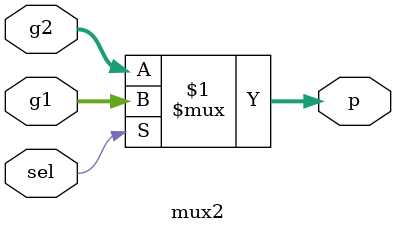
<source format=sv>
/* parametreli 2-1 MUX */

module mux2 #(parameter W = 3) (
    input  logic [W-1:0] g1, g2,
    input  logic sel,
    output logic [W-1:0] p
);

// conditional sinyal atamasi
assign p = sel ? g1 : g2;

endmodule

</source>
